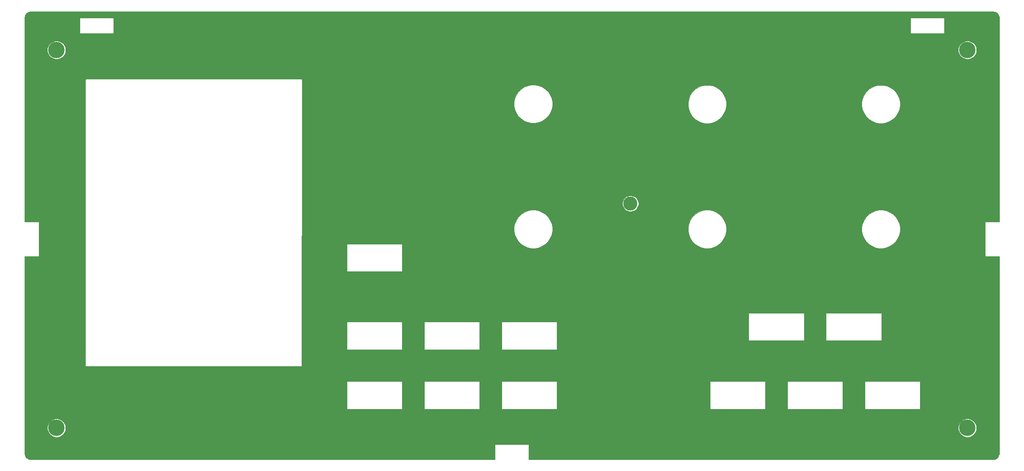
<source format=gbr>
G04 #@! TF.GenerationSoftware,KiCad,Pcbnew,(5.1.8)-1*
G04 #@! TF.CreationDate,2021-03-28T18:17:30+02:00*
G04 #@! TF.ProjectId,pfm3_topsurface,70666d33-5f74-46f7-9073-757266616365,v1.2 / 176*
G04 #@! TF.SameCoordinates,Original*
G04 #@! TF.FileFunction,Copper,L1,Top*
G04 #@! TF.FilePolarity,Positive*
%FSLAX46Y46*%
G04 Gerber Fmt 4.6, Leading zero omitted, Abs format (unit mm)*
G04 Created by KiCad (PCBNEW (5.1.8)-1) date 2021-03-28 18:17:30*
%MOMM*%
%LPD*%
G01*
G04 APERTURE LIST*
G04 #@! TA.AperFunction,ComponentPad*
%ADD10C,3.000000*%
G04 #@! TD*
G04 #@! TA.AperFunction,ComponentPad*
%ADD11C,3.500000*%
G04 #@! TD*
G04 #@! TA.AperFunction,NonConductor*
%ADD12C,0.100000*%
G04 #@! TD*
G04 #@! TA.AperFunction,NonConductor*
%ADD13C,0.150000*%
G04 #@! TD*
G04 APERTURE END LIST*
D10*
X173228000Y-74041000D03*
D11*
X50800000Y-121920000D03*
X50800000Y-41275000D03*
X245110000Y-41275000D03*
X245110000Y-121920000D03*
D12*
X250930039Y-33118111D02*
X251153244Y-33185501D01*
X251359105Y-33294959D01*
X251539785Y-33442319D01*
X251688400Y-33621963D01*
X251799295Y-33827060D01*
X251868241Y-34049786D01*
X251892982Y-34285190D01*
X251893000Y-34290262D01*
X251893001Y-34290272D01*
X251893000Y-77925000D01*
X248923675Y-77925000D01*
X248920000Y-77924638D01*
X248916325Y-77925000D01*
X248905298Y-77926086D01*
X248891160Y-77930375D01*
X248878131Y-77937339D01*
X248866711Y-77946711D01*
X248857339Y-77958131D01*
X248850375Y-77971160D01*
X248846086Y-77985298D01*
X248844638Y-78000000D01*
X248845001Y-78003686D01*
X248845000Y-85192824D01*
X248844638Y-85196500D01*
X248846086Y-85211202D01*
X248850375Y-85225340D01*
X248857339Y-85238369D01*
X248866711Y-85249789D01*
X248878131Y-85259161D01*
X248891160Y-85266125D01*
X248905298Y-85270414D01*
X248920000Y-85271862D01*
X248923675Y-85271500D01*
X251893001Y-85271500D01*
X251893000Y-127440832D01*
X251869889Y-127676539D01*
X251802499Y-127899744D01*
X251693042Y-128105603D01*
X251545681Y-128286285D01*
X251366037Y-128434900D01*
X251160940Y-128545795D01*
X250938214Y-128614741D01*
X250702811Y-128639482D01*
X250697738Y-128639500D01*
X151522500Y-128639500D01*
X151522500Y-125543176D01*
X151522862Y-125539500D01*
X151521414Y-125524798D01*
X151517125Y-125510660D01*
X151510161Y-125497631D01*
X151500789Y-125486211D01*
X151489369Y-125476839D01*
X151476340Y-125469875D01*
X151462202Y-125465586D01*
X151451175Y-125464500D01*
X151447500Y-125464138D01*
X151443825Y-125464500D01*
X144402675Y-125464500D01*
X144399000Y-125464138D01*
X144395325Y-125464500D01*
X144384298Y-125465586D01*
X144370160Y-125469875D01*
X144357131Y-125476839D01*
X144345711Y-125486211D01*
X144336339Y-125497631D01*
X144329375Y-125510660D01*
X144325086Y-125524798D01*
X144323638Y-125539500D01*
X144324000Y-125543176D01*
X144324001Y-128639500D01*
X45215668Y-128639500D01*
X44979961Y-128616389D01*
X44756756Y-128548999D01*
X44550897Y-128439542D01*
X44370215Y-128292181D01*
X44221600Y-128112537D01*
X44110705Y-127907440D01*
X44041759Y-127684714D01*
X44017018Y-127449311D01*
X44017000Y-127444238D01*
X44017000Y-121727942D01*
X48850000Y-121727942D01*
X48850000Y-122112058D01*
X48924938Y-122488794D01*
X49071933Y-122843671D01*
X49285336Y-123163052D01*
X49556948Y-123434664D01*
X49876329Y-123648067D01*
X50231206Y-123795062D01*
X50607942Y-123870000D01*
X50992058Y-123870000D01*
X51368794Y-123795062D01*
X51723671Y-123648067D01*
X52043052Y-123434664D01*
X52314664Y-123163052D01*
X52528067Y-122843671D01*
X52675062Y-122488794D01*
X52750000Y-122112058D01*
X52750000Y-121727942D01*
X243160000Y-121727942D01*
X243160000Y-122112058D01*
X243234938Y-122488794D01*
X243381933Y-122843671D01*
X243595336Y-123163052D01*
X243866948Y-123434664D01*
X244186329Y-123648067D01*
X244541206Y-123795062D01*
X244917942Y-123870000D01*
X245302058Y-123870000D01*
X245678794Y-123795062D01*
X246033671Y-123648067D01*
X246353052Y-123434664D01*
X246624664Y-123163052D01*
X246838067Y-122843671D01*
X246985062Y-122488794D01*
X247060000Y-122112058D01*
X247060000Y-121727942D01*
X246985062Y-121351206D01*
X246838067Y-120996329D01*
X246624664Y-120676948D01*
X246353052Y-120405336D01*
X246033671Y-120191933D01*
X245678794Y-120044938D01*
X245302058Y-119970000D01*
X244917942Y-119970000D01*
X244541206Y-120044938D01*
X244186329Y-120191933D01*
X243866948Y-120405336D01*
X243595336Y-120676948D01*
X243381933Y-120996329D01*
X243234938Y-121351206D01*
X243160000Y-121727942D01*
X52750000Y-121727942D01*
X52675062Y-121351206D01*
X52528067Y-120996329D01*
X52314664Y-120676948D01*
X52043052Y-120405336D01*
X51723671Y-120191933D01*
X51368794Y-120044938D01*
X50992058Y-119970000D01*
X50607942Y-119970000D01*
X50231206Y-120044938D01*
X49876329Y-120191933D01*
X49556948Y-120405336D01*
X49285336Y-120676948D01*
X49071933Y-120996329D01*
X48924938Y-121351206D01*
X48850000Y-121727942D01*
X44017000Y-121727942D01*
X44017000Y-112077500D01*
X112700638Y-112077500D01*
X112701001Y-112081186D01*
X112701000Y-117788824D01*
X112700638Y-117792500D01*
X112702086Y-117807202D01*
X112706375Y-117821340D01*
X112713339Y-117834369D01*
X112722711Y-117845789D01*
X112734131Y-117855161D01*
X112747160Y-117862125D01*
X112761298Y-117866414D01*
X112776000Y-117867862D01*
X112779675Y-117867500D01*
X124456325Y-117867500D01*
X124460000Y-117867862D01*
X124463675Y-117867500D01*
X124474702Y-117866414D01*
X124488840Y-117862125D01*
X124501869Y-117855161D01*
X124513289Y-117845789D01*
X124522661Y-117834369D01*
X124529625Y-117821340D01*
X124533914Y-117807202D01*
X124535362Y-117792500D01*
X124535000Y-117788825D01*
X124535000Y-112081176D01*
X124535362Y-112077500D01*
X129210638Y-112077500D01*
X129211001Y-112081186D01*
X129211000Y-117788824D01*
X129210638Y-117792500D01*
X129212086Y-117807202D01*
X129216375Y-117821340D01*
X129223339Y-117834369D01*
X129232711Y-117845789D01*
X129244131Y-117855161D01*
X129257160Y-117862125D01*
X129271298Y-117866414D01*
X129286000Y-117867862D01*
X129289675Y-117867500D01*
X140966325Y-117867500D01*
X140970000Y-117867862D01*
X140973675Y-117867500D01*
X140984702Y-117866414D01*
X140998840Y-117862125D01*
X141011869Y-117855161D01*
X141023289Y-117845789D01*
X141032661Y-117834369D01*
X141039625Y-117821340D01*
X141043914Y-117807202D01*
X141045362Y-117792500D01*
X141045000Y-117788825D01*
X141045000Y-112081176D01*
X141045362Y-112077500D01*
X145720638Y-112077500D01*
X145721001Y-112081186D01*
X145721000Y-117788824D01*
X145720638Y-117792500D01*
X145722086Y-117807202D01*
X145726375Y-117821340D01*
X145733339Y-117834369D01*
X145742711Y-117845789D01*
X145754131Y-117855161D01*
X145767160Y-117862125D01*
X145781298Y-117866414D01*
X145796000Y-117867862D01*
X145799675Y-117867500D01*
X157476325Y-117867500D01*
X157480000Y-117867862D01*
X157483675Y-117867500D01*
X157494702Y-117866414D01*
X157508840Y-117862125D01*
X157521869Y-117855161D01*
X157533289Y-117845789D01*
X157542661Y-117834369D01*
X157549625Y-117821340D01*
X157553914Y-117807202D01*
X157555362Y-117792500D01*
X157555000Y-117788825D01*
X157555000Y-112081176D01*
X157555362Y-112077500D01*
X190170638Y-112077500D01*
X190171001Y-112081186D01*
X190171000Y-117788824D01*
X190170638Y-117792500D01*
X190172086Y-117807202D01*
X190176375Y-117821340D01*
X190183339Y-117834369D01*
X190192711Y-117845789D01*
X190204131Y-117855161D01*
X190217160Y-117862125D01*
X190231298Y-117866414D01*
X190246000Y-117867862D01*
X190249675Y-117867500D01*
X201926325Y-117867500D01*
X201930000Y-117867862D01*
X201933675Y-117867500D01*
X201944702Y-117866414D01*
X201958840Y-117862125D01*
X201971869Y-117855161D01*
X201983289Y-117845789D01*
X201992661Y-117834369D01*
X201999625Y-117821340D01*
X202003914Y-117807202D01*
X202005362Y-117792500D01*
X202005000Y-117788825D01*
X202005000Y-112081176D01*
X202005362Y-112077500D01*
X206680638Y-112077500D01*
X206681001Y-112081186D01*
X206681000Y-117788824D01*
X206680638Y-117792500D01*
X206682086Y-117807202D01*
X206686375Y-117821340D01*
X206693339Y-117834369D01*
X206702711Y-117845789D01*
X206714131Y-117855161D01*
X206727160Y-117862125D01*
X206741298Y-117866414D01*
X206756000Y-117867862D01*
X206759675Y-117867500D01*
X218436325Y-117867500D01*
X218440000Y-117867862D01*
X218443675Y-117867500D01*
X218454702Y-117866414D01*
X218468840Y-117862125D01*
X218481869Y-117855161D01*
X218493289Y-117845789D01*
X218502661Y-117834369D01*
X218509625Y-117821340D01*
X218513914Y-117807202D01*
X218515362Y-117792500D01*
X218515000Y-117788825D01*
X218515000Y-112081176D01*
X218515362Y-112077500D01*
X223190638Y-112077500D01*
X223191001Y-112081186D01*
X223191000Y-117788824D01*
X223190638Y-117792500D01*
X223192086Y-117807202D01*
X223196375Y-117821340D01*
X223203339Y-117834369D01*
X223212711Y-117845789D01*
X223224131Y-117855161D01*
X223237160Y-117862125D01*
X223251298Y-117866414D01*
X223266000Y-117867862D01*
X223269675Y-117867500D01*
X234946325Y-117867500D01*
X234950000Y-117867862D01*
X234953675Y-117867500D01*
X234964702Y-117866414D01*
X234978840Y-117862125D01*
X234991869Y-117855161D01*
X235003289Y-117845789D01*
X235012661Y-117834369D01*
X235019625Y-117821340D01*
X235023914Y-117807202D01*
X235025362Y-117792500D01*
X235025000Y-117788825D01*
X235025000Y-112081176D01*
X235025362Y-112077500D01*
X235023914Y-112062798D01*
X235019625Y-112048660D01*
X235012661Y-112035631D01*
X235003289Y-112024211D01*
X234991869Y-112014839D01*
X234978840Y-112007875D01*
X234964702Y-112003586D01*
X234953675Y-112002500D01*
X234950000Y-112002138D01*
X234946325Y-112002500D01*
X223269675Y-112002500D01*
X223266000Y-112002138D01*
X223262325Y-112002500D01*
X223251298Y-112003586D01*
X223237160Y-112007875D01*
X223224131Y-112014839D01*
X223212711Y-112024211D01*
X223203339Y-112035631D01*
X223196375Y-112048660D01*
X223192086Y-112062798D01*
X223190638Y-112077500D01*
X218515362Y-112077500D01*
X218513914Y-112062798D01*
X218509625Y-112048660D01*
X218502661Y-112035631D01*
X218493289Y-112024211D01*
X218481869Y-112014839D01*
X218468840Y-112007875D01*
X218454702Y-112003586D01*
X218443675Y-112002500D01*
X218440000Y-112002138D01*
X218436325Y-112002500D01*
X206759675Y-112002500D01*
X206756000Y-112002138D01*
X206752325Y-112002500D01*
X206741298Y-112003586D01*
X206727160Y-112007875D01*
X206714131Y-112014839D01*
X206702711Y-112024211D01*
X206693339Y-112035631D01*
X206686375Y-112048660D01*
X206682086Y-112062798D01*
X206680638Y-112077500D01*
X202005362Y-112077500D01*
X202003914Y-112062798D01*
X201999625Y-112048660D01*
X201992661Y-112035631D01*
X201983289Y-112024211D01*
X201971869Y-112014839D01*
X201958840Y-112007875D01*
X201944702Y-112003586D01*
X201933675Y-112002500D01*
X201930000Y-112002138D01*
X201926325Y-112002500D01*
X190249675Y-112002500D01*
X190246000Y-112002138D01*
X190242325Y-112002500D01*
X190231298Y-112003586D01*
X190217160Y-112007875D01*
X190204131Y-112014839D01*
X190192711Y-112024211D01*
X190183339Y-112035631D01*
X190176375Y-112048660D01*
X190172086Y-112062798D01*
X190170638Y-112077500D01*
X157555362Y-112077500D01*
X157553914Y-112062798D01*
X157549625Y-112048660D01*
X157542661Y-112035631D01*
X157533289Y-112024211D01*
X157521869Y-112014839D01*
X157508840Y-112007875D01*
X157494702Y-112003586D01*
X157483675Y-112002500D01*
X157480000Y-112002138D01*
X157476325Y-112002500D01*
X145799675Y-112002500D01*
X145796000Y-112002138D01*
X145792325Y-112002500D01*
X145781298Y-112003586D01*
X145767160Y-112007875D01*
X145754131Y-112014839D01*
X145742711Y-112024211D01*
X145733339Y-112035631D01*
X145726375Y-112048660D01*
X145722086Y-112062798D01*
X145720638Y-112077500D01*
X141045362Y-112077500D01*
X141043914Y-112062798D01*
X141039625Y-112048660D01*
X141032661Y-112035631D01*
X141023289Y-112024211D01*
X141011869Y-112014839D01*
X140998840Y-112007875D01*
X140984702Y-112003586D01*
X140973675Y-112002500D01*
X140970000Y-112002138D01*
X140966325Y-112002500D01*
X129289675Y-112002500D01*
X129286000Y-112002138D01*
X129282325Y-112002500D01*
X129271298Y-112003586D01*
X129257160Y-112007875D01*
X129244131Y-112014839D01*
X129232711Y-112024211D01*
X129223339Y-112035631D01*
X129216375Y-112048660D01*
X129212086Y-112062798D01*
X129210638Y-112077500D01*
X124535362Y-112077500D01*
X124533914Y-112062798D01*
X124529625Y-112048660D01*
X124522661Y-112035631D01*
X124513289Y-112024211D01*
X124501869Y-112014839D01*
X124488840Y-112007875D01*
X124474702Y-112003586D01*
X124463675Y-112002500D01*
X124460000Y-112002138D01*
X124456325Y-112002500D01*
X112779675Y-112002500D01*
X112776000Y-112002138D01*
X112772325Y-112002500D01*
X112761298Y-112003586D01*
X112747160Y-112007875D01*
X112734131Y-112014839D01*
X112722711Y-112024211D01*
X112713339Y-112035631D01*
X112706375Y-112048660D01*
X112702086Y-112062798D01*
X112700638Y-112077500D01*
X44017000Y-112077500D01*
X44017000Y-85275000D01*
X46986325Y-85275000D01*
X46990000Y-85275362D01*
X46993675Y-85275000D01*
X47004702Y-85273914D01*
X47018840Y-85269625D01*
X47031869Y-85262661D01*
X47043289Y-85253289D01*
X47052661Y-85241869D01*
X47059625Y-85228840D01*
X47063914Y-85214702D01*
X47065362Y-85200000D01*
X47065000Y-85196325D01*
X47065000Y-78002175D01*
X47065362Y-77998500D01*
X47063914Y-77983798D01*
X47059625Y-77969660D01*
X47052661Y-77956631D01*
X47043289Y-77945211D01*
X47031869Y-77935839D01*
X47018840Y-77928875D01*
X47004702Y-77924586D01*
X46993675Y-77923500D01*
X46990000Y-77923138D01*
X46986325Y-77923500D01*
X44017000Y-77923500D01*
X44017000Y-47561500D01*
X56974638Y-47561500D01*
X56975000Y-47565176D01*
X56975001Y-108696314D01*
X56974638Y-108700000D01*
X56976086Y-108714702D01*
X56980375Y-108728840D01*
X56987339Y-108741869D01*
X56996711Y-108753289D01*
X57008131Y-108762661D01*
X57021160Y-108769625D01*
X57035298Y-108773914D01*
X57046325Y-108775000D01*
X57050000Y-108775362D01*
X57053675Y-108775000D01*
X103046328Y-108775000D01*
X103049988Y-108775361D01*
X103053661Y-108775000D01*
X103053675Y-108775000D01*
X103060958Y-108774283D01*
X103064689Y-108773916D01*
X103064693Y-108773915D01*
X103064702Y-108773914D01*
X103076621Y-108770298D01*
X103078828Y-108769629D01*
X103078830Y-108769628D01*
X103078840Y-108769625D01*
X103087727Y-108764875D01*
X103091858Y-108762668D01*
X103091862Y-108762665D01*
X103091869Y-108762661D01*
X103100067Y-108755933D01*
X103103279Y-108753298D01*
X103103281Y-108753296D01*
X103103289Y-108753289D01*
X103112661Y-108741869D01*
X103117886Y-108732093D01*
X103119620Y-108728851D01*
X103119621Y-108728847D01*
X103119625Y-108728840D01*
X103122718Y-108718644D01*
X103123911Y-108714714D01*
X103123911Y-108714711D01*
X103123914Y-108714702D01*
X103125362Y-108700000D01*
X103125000Y-108696327D01*
X103126600Y-99377500D01*
X112700638Y-99377500D01*
X112701001Y-99381186D01*
X112701000Y-105088824D01*
X112700638Y-105092500D01*
X112702086Y-105107202D01*
X112706375Y-105121340D01*
X112713339Y-105134369D01*
X112722711Y-105145789D01*
X112734131Y-105155161D01*
X112747160Y-105162125D01*
X112761298Y-105166414D01*
X112776000Y-105167862D01*
X112779675Y-105167500D01*
X124456325Y-105167500D01*
X124460000Y-105167862D01*
X124463675Y-105167500D01*
X124474702Y-105166414D01*
X124488840Y-105162125D01*
X124501869Y-105155161D01*
X124513289Y-105145789D01*
X124522661Y-105134369D01*
X124529625Y-105121340D01*
X124533914Y-105107202D01*
X124535362Y-105092500D01*
X124535000Y-105088825D01*
X124535000Y-99381176D01*
X124535362Y-99377500D01*
X129210638Y-99377500D01*
X129211001Y-99381186D01*
X129211000Y-105088824D01*
X129210638Y-105092500D01*
X129212086Y-105107202D01*
X129216375Y-105121340D01*
X129223339Y-105134369D01*
X129232711Y-105145789D01*
X129244131Y-105155161D01*
X129257160Y-105162125D01*
X129271298Y-105166414D01*
X129286000Y-105167862D01*
X129289675Y-105167500D01*
X140966325Y-105167500D01*
X140970000Y-105167862D01*
X140973675Y-105167500D01*
X140984702Y-105166414D01*
X140998840Y-105162125D01*
X141011869Y-105155161D01*
X141023289Y-105145789D01*
X141032661Y-105134369D01*
X141039625Y-105121340D01*
X141043914Y-105107202D01*
X141045362Y-105092500D01*
X141045000Y-105088825D01*
X141045000Y-99381176D01*
X141045362Y-99377500D01*
X145720638Y-99377500D01*
X145721001Y-99381186D01*
X145721000Y-105088824D01*
X145720638Y-105092500D01*
X145722086Y-105107202D01*
X145726375Y-105121340D01*
X145733339Y-105134369D01*
X145742711Y-105145789D01*
X145754131Y-105155161D01*
X145767160Y-105162125D01*
X145781298Y-105166414D01*
X145796000Y-105167862D01*
X145799675Y-105167500D01*
X157476325Y-105167500D01*
X157480000Y-105167862D01*
X157483675Y-105167500D01*
X157494702Y-105166414D01*
X157508840Y-105162125D01*
X157521869Y-105155161D01*
X157533289Y-105145789D01*
X157542661Y-105134369D01*
X157549625Y-105121340D01*
X157553914Y-105107202D01*
X157555362Y-105092500D01*
X157555000Y-105088825D01*
X157555000Y-99381176D01*
X157555362Y-99377500D01*
X157553914Y-99362798D01*
X157549625Y-99348660D01*
X157542661Y-99335631D01*
X157533289Y-99324211D01*
X157521869Y-99314839D01*
X157508840Y-99307875D01*
X157494702Y-99303586D01*
X157483675Y-99302500D01*
X157480000Y-99302138D01*
X157476325Y-99302500D01*
X145799675Y-99302500D01*
X145796000Y-99302138D01*
X145792325Y-99302500D01*
X145781298Y-99303586D01*
X145767160Y-99307875D01*
X145754131Y-99314839D01*
X145742711Y-99324211D01*
X145733339Y-99335631D01*
X145726375Y-99348660D01*
X145722086Y-99362798D01*
X145720638Y-99377500D01*
X141045362Y-99377500D01*
X141043914Y-99362798D01*
X141039625Y-99348660D01*
X141032661Y-99335631D01*
X141023289Y-99324211D01*
X141011869Y-99314839D01*
X140998840Y-99307875D01*
X140984702Y-99303586D01*
X140973675Y-99302500D01*
X140970000Y-99302138D01*
X140966325Y-99302500D01*
X129289675Y-99302500D01*
X129286000Y-99302138D01*
X129282325Y-99302500D01*
X129271298Y-99303586D01*
X129257160Y-99307875D01*
X129244131Y-99314839D01*
X129232711Y-99324211D01*
X129223339Y-99335631D01*
X129216375Y-99348660D01*
X129212086Y-99362798D01*
X129210638Y-99377500D01*
X124535362Y-99377500D01*
X124533914Y-99362798D01*
X124529625Y-99348660D01*
X124522661Y-99335631D01*
X124513289Y-99324211D01*
X124501869Y-99314839D01*
X124488840Y-99307875D01*
X124474702Y-99303586D01*
X124463675Y-99302500D01*
X124460000Y-99302138D01*
X124456325Y-99302500D01*
X112779675Y-99302500D01*
X112776000Y-99302138D01*
X112772325Y-99302500D01*
X112761298Y-99303586D01*
X112747160Y-99307875D01*
X112734131Y-99314839D01*
X112722711Y-99324211D01*
X112713339Y-99335631D01*
X112706375Y-99348660D01*
X112702086Y-99362798D01*
X112700638Y-99377500D01*
X103126600Y-99377500D01*
X103126927Y-97472500D01*
X198425638Y-97472500D01*
X198426001Y-97476186D01*
X198426000Y-103183824D01*
X198425638Y-103187500D01*
X198427086Y-103202202D01*
X198431375Y-103216340D01*
X198438339Y-103229369D01*
X198447711Y-103240789D01*
X198459131Y-103250161D01*
X198472160Y-103257125D01*
X198486298Y-103261414D01*
X198501000Y-103262862D01*
X198504675Y-103262500D01*
X210181325Y-103262500D01*
X210185000Y-103262862D01*
X210188675Y-103262500D01*
X210199702Y-103261414D01*
X210213840Y-103257125D01*
X210226869Y-103250161D01*
X210238289Y-103240789D01*
X210247661Y-103229369D01*
X210254625Y-103216340D01*
X210258914Y-103202202D01*
X210260362Y-103187500D01*
X210260000Y-103183825D01*
X210260000Y-97476175D01*
X210260362Y-97472500D01*
X214935638Y-97472500D01*
X214936001Y-97476186D01*
X214936000Y-103183824D01*
X214935638Y-103187500D01*
X214937086Y-103202202D01*
X214941375Y-103216340D01*
X214948339Y-103229369D01*
X214957711Y-103240789D01*
X214969131Y-103250161D01*
X214982160Y-103257125D01*
X214996298Y-103261414D01*
X215011000Y-103262862D01*
X215014675Y-103262500D01*
X226691325Y-103262500D01*
X226695000Y-103262862D01*
X226698675Y-103262500D01*
X226709702Y-103261414D01*
X226723840Y-103257125D01*
X226736869Y-103250161D01*
X226748289Y-103240789D01*
X226757661Y-103229369D01*
X226764625Y-103216340D01*
X226768914Y-103202202D01*
X226770362Y-103187500D01*
X226770000Y-103183825D01*
X226770000Y-97476176D01*
X226770362Y-97472500D01*
X226768914Y-97457798D01*
X226764625Y-97443660D01*
X226757661Y-97430631D01*
X226748289Y-97419211D01*
X226736869Y-97409839D01*
X226723840Y-97402875D01*
X226709702Y-97398586D01*
X226698675Y-97397500D01*
X226695000Y-97397138D01*
X226691325Y-97397500D01*
X215014675Y-97397500D01*
X215011000Y-97397138D01*
X215007325Y-97397500D01*
X214996298Y-97398586D01*
X214982160Y-97402875D01*
X214969131Y-97409839D01*
X214957711Y-97419211D01*
X214948339Y-97430631D01*
X214941375Y-97443660D01*
X214937086Y-97457798D01*
X214935638Y-97472500D01*
X210260362Y-97472500D01*
X210258914Y-97457798D01*
X210254625Y-97443660D01*
X210247661Y-97430631D01*
X210238289Y-97419211D01*
X210226869Y-97409839D01*
X210213840Y-97402875D01*
X210199702Y-97398586D01*
X210188675Y-97397500D01*
X210185000Y-97397138D01*
X210181325Y-97397500D01*
X198504675Y-97397500D01*
X198501000Y-97397138D01*
X198497325Y-97397500D01*
X198486298Y-97398586D01*
X198472160Y-97402875D01*
X198459131Y-97409839D01*
X198447711Y-97419211D01*
X198438339Y-97430631D01*
X198431375Y-97443660D01*
X198427086Y-97457798D01*
X198425638Y-97472500D01*
X103126927Y-97472500D01*
X103129457Y-82740500D01*
X112700638Y-82740500D01*
X112701001Y-82744186D01*
X112701000Y-88451824D01*
X112700638Y-88455500D01*
X112702086Y-88470202D01*
X112706375Y-88484340D01*
X112713339Y-88497369D01*
X112722711Y-88508789D01*
X112734131Y-88518161D01*
X112747160Y-88525125D01*
X112761298Y-88529414D01*
X112776000Y-88530862D01*
X112779675Y-88530500D01*
X124456325Y-88530500D01*
X124460000Y-88530862D01*
X124463675Y-88530500D01*
X124474702Y-88529414D01*
X124488840Y-88525125D01*
X124501869Y-88518161D01*
X124513289Y-88508789D01*
X124522661Y-88497369D01*
X124529625Y-88484340D01*
X124533914Y-88470202D01*
X124535362Y-88455500D01*
X124535000Y-88451825D01*
X124535000Y-82744176D01*
X124535362Y-82740500D01*
X124533914Y-82725798D01*
X124529625Y-82711660D01*
X124522661Y-82698631D01*
X124513289Y-82687211D01*
X124501869Y-82677839D01*
X124488840Y-82670875D01*
X124474702Y-82666586D01*
X124463675Y-82665500D01*
X124460000Y-82665138D01*
X124456325Y-82665500D01*
X112779675Y-82665500D01*
X112776000Y-82665138D01*
X112772325Y-82665500D01*
X112761298Y-82666586D01*
X112747160Y-82670875D01*
X112734131Y-82677839D01*
X112722711Y-82687211D01*
X112713339Y-82698631D01*
X112706375Y-82711660D01*
X112702086Y-82725798D01*
X112700638Y-82740500D01*
X103129457Y-82740500D01*
X103130082Y-79098620D01*
X148424719Y-79098620D01*
X148424719Y-79901380D01*
X148581329Y-80688716D01*
X148888532Y-81430370D01*
X149334522Y-82097840D01*
X149902160Y-82665478D01*
X150569630Y-83111468D01*
X151311284Y-83418671D01*
X152098620Y-83575281D01*
X152901380Y-83575281D01*
X153688716Y-83418671D01*
X154430370Y-83111468D01*
X155097840Y-82665478D01*
X155665478Y-82097840D01*
X156111468Y-81430370D01*
X156418671Y-80688716D01*
X156575281Y-79901380D01*
X156575281Y-79098620D01*
X185524719Y-79098620D01*
X185524719Y-79901380D01*
X185681329Y-80688716D01*
X185988532Y-81430370D01*
X186434522Y-82097840D01*
X187002160Y-82665478D01*
X187669630Y-83111468D01*
X188411284Y-83418671D01*
X189198620Y-83575281D01*
X190001380Y-83575281D01*
X190788716Y-83418671D01*
X191530370Y-83111468D01*
X192197840Y-82665478D01*
X192765478Y-82097840D01*
X193211468Y-81430370D01*
X193518671Y-80688716D01*
X193675281Y-79901380D01*
X193675281Y-79098620D01*
X222574719Y-79098620D01*
X222574719Y-79901380D01*
X222731329Y-80688716D01*
X223038532Y-81430370D01*
X223484522Y-82097840D01*
X224052160Y-82665478D01*
X224719630Y-83111468D01*
X225461284Y-83418671D01*
X226248620Y-83575281D01*
X227051380Y-83575281D01*
X227838716Y-83418671D01*
X228580370Y-83111468D01*
X229247840Y-82665478D01*
X229815478Y-82097840D01*
X230261468Y-81430370D01*
X230568671Y-80688716D01*
X230725281Y-79901380D01*
X230725281Y-79098620D01*
X230568671Y-78311284D01*
X230261468Y-77569630D01*
X229815478Y-76902160D01*
X229247840Y-76334522D01*
X228580370Y-75888532D01*
X227838716Y-75581329D01*
X227051380Y-75424719D01*
X226248620Y-75424719D01*
X225461284Y-75581329D01*
X224719630Y-75888532D01*
X224052160Y-76334522D01*
X223484522Y-76902160D01*
X223038532Y-77569630D01*
X222731329Y-78311284D01*
X222574719Y-79098620D01*
X193675281Y-79098620D01*
X193518671Y-78311284D01*
X193211468Y-77569630D01*
X192765478Y-76902160D01*
X192197840Y-76334522D01*
X191530370Y-75888532D01*
X190788716Y-75581329D01*
X190001380Y-75424719D01*
X189198620Y-75424719D01*
X188411284Y-75581329D01*
X187669630Y-75888532D01*
X187002160Y-76334522D01*
X186434522Y-76902160D01*
X185988532Y-77569630D01*
X185681329Y-78311284D01*
X185524719Y-79098620D01*
X156575281Y-79098620D01*
X156418671Y-78311284D01*
X156111468Y-77569630D01*
X155665478Y-76902160D01*
X155097840Y-76334522D01*
X154430370Y-75888532D01*
X153688716Y-75581329D01*
X152901380Y-75424719D01*
X152098620Y-75424719D01*
X151311284Y-75581329D01*
X150569630Y-75888532D01*
X149902160Y-76334522D01*
X149334522Y-76902160D01*
X148888532Y-77569630D01*
X148581329Y-78311284D01*
X148424719Y-79098620D01*
X103130082Y-79098620D01*
X103130979Y-73873565D01*
X171528000Y-73873565D01*
X171528000Y-74208435D01*
X171593330Y-74536872D01*
X171721479Y-74846252D01*
X171907523Y-75124687D01*
X172144313Y-75361477D01*
X172422748Y-75547521D01*
X172732128Y-75675670D01*
X173060565Y-75741000D01*
X173395435Y-75741000D01*
X173723872Y-75675670D01*
X174033252Y-75547521D01*
X174311687Y-75361477D01*
X174548477Y-75124687D01*
X174734521Y-74846252D01*
X174862670Y-74536872D01*
X174928000Y-74208435D01*
X174928000Y-73873565D01*
X174862670Y-73545128D01*
X174734521Y-73235748D01*
X174548477Y-72957313D01*
X174311687Y-72720523D01*
X174033252Y-72534479D01*
X173723872Y-72406330D01*
X173395435Y-72341000D01*
X173060565Y-72341000D01*
X172732128Y-72406330D01*
X172422748Y-72534479D01*
X172144313Y-72720523D01*
X171907523Y-72957313D01*
X171721479Y-73235748D01*
X171593330Y-73545128D01*
X171528000Y-73873565D01*
X103130979Y-73873565D01*
X103134668Y-52398620D01*
X148424719Y-52398620D01*
X148424719Y-53201380D01*
X148581329Y-53988716D01*
X148888532Y-54730370D01*
X149334522Y-55397840D01*
X149902160Y-55965478D01*
X150569630Y-56411468D01*
X151311284Y-56718671D01*
X152098620Y-56875281D01*
X152901380Y-56875281D01*
X153688716Y-56718671D01*
X154430370Y-56411468D01*
X155097840Y-55965478D01*
X155665478Y-55397840D01*
X156111468Y-54730370D01*
X156418671Y-53988716D01*
X156575281Y-53201380D01*
X156575281Y-52448620D01*
X185524719Y-52448620D01*
X185524719Y-53251380D01*
X185681329Y-54038716D01*
X185988532Y-54780370D01*
X186434522Y-55447840D01*
X187002160Y-56015478D01*
X187669630Y-56461468D01*
X188411284Y-56768671D01*
X189198620Y-56925281D01*
X190001380Y-56925281D01*
X190788716Y-56768671D01*
X191530370Y-56461468D01*
X192197840Y-56015478D01*
X192765478Y-55447840D01*
X193211468Y-54780370D01*
X193518671Y-54038716D01*
X193675281Y-53251380D01*
X193675281Y-52448620D01*
X222574719Y-52448620D01*
X222574719Y-53251380D01*
X222731329Y-54038716D01*
X223038532Y-54780370D01*
X223484522Y-55447840D01*
X224052160Y-56015478D01*
X224719630Y-56461468D01*
X225461284Y-56768671D01*
X226248620Y-56925281D01*
X227051380Y-56925281D01*
X227838716Y-56768671D01*
X228580370Y-56461468D01*
X229247840Y-56015478D01*
X229815478Y-55447840D01*
X230261468Y-54780370D01*
X230568671Y-54038716D01*
X230725281Y-53251380D01*
X230725281Y-52448620D01*
X230568671Y-51661284D01*
X230261468Y-50919630D01*
X229815478Y-50252160D01*
X229247840Y-49684522D01*
X228580370Y-49238532D01*
X227838716Y-48931329D01*
X227051380Y-48774719D01*
X226248620Y-48774719D01*
X225461284Y-48931329D01*
X224719630Y-49238532D01*
X224052160Y-49684522D01*
X223484522Y-50252160D01*
X223038532Y-50919630D01*
X222731329Y-51661284D01*
X222574719Y-52448620D01*
X193675281Y-52448620D01*
X193518671Y-51661284D01*
X193211468Y-50919630D01*
X192765478Y-50252160D01*
X192197840Y-49684522D01*
X191530370Y-49238532D01*
X190788716Y-48931329D01*
X190001380Y-48774719D01*
X189198620Y-48774719D01*
X188411284Y-48931329D01*
X187669630Y-49238532D01*
X187002160Y-49684522D01*
X186434522Y-50252160D01*
X185988532Y-50919630D01*
X185681329Y-51661284D01*
X185524719Y-52448620D01*
X156575281Y-52448620D01*
X156575281Y-52398620D01*
X156418671Y-51611284D01*
X156111468Y-50869630D01*
X155665478Y-50202160D01*
X155097840Y-49634522D01*
X154430370Y-49188532D01*
X153688716Y-48881329D01*
X152901380Y-48724719D01*
X152098620Y-48724719D01*
X151311284Y-48881329D01*
X150569630Y-49188532D01*
X149902160Y-49634522D01*
X149334522Y-50202160D01*
X148888532Y-50869630D01*
X148581329Y-51611284D01*
X148424719Y-52398620D01*
X103134668Y-52398620D01*
X103135499Y-47565188D01*
X103135862Y-47561500D01*
X103134797Y-47550683D01*
X103134416Y-47546811D01*
X103134415Y-47546807D01*
X103134414Y-47546798D01*
X103130125Y-47532660D01*
X103125375Y-47523773D01*
X103123168Y-47519642D01*
X103123165Y-47519638D01*
X103123161Y-47519631D01*
X103116433Y-47511433D01*
X103113798Y-47508221D01*
X103113796Y-47508219D01*
X103113789Y-47508211D01*
X103102369Y-47498839D01*
X103092593Y-47493614D01*
X103089351Y-47491880D01*
X103089347Y-47491879D01*
X103089340Y-47491875D01*
X103079144Y-47488782D01*
X103075214Y-47487589D01*
X103075211Y-47487589D01*
X103075202Y-47487586D01*
X103066495Y-47486728D01*
X103060512Y-47486138D01*
X103056832Y-47486500D01*
X57053675Y-47486500D01*
X57050000Y-47486138D01*
X57046325Y-47486500D01*
X57035298Y-47487586D01*
X57021160Y-47491875D01*
X57008131Y-47498839D01*
X56996711Y-47508211D01*
X56987339Y-47519631D01*
X56980375Y-47532660D01*
X56976086Y-47546798D01*
X56974638Y-47561500D01*
X44017000Y-47561500D01*
X44017000Y-41082942D01*
X48850000Y-41082942D01*
X48850000Y-41467058D01*
X48924938Y-41843794D01*
X49071933Y-42198671D01*
X49285336Y-42518052D01*
X49556948Y-42789664D01*
X49876329Y-43003067D01*
X50231206Y-43150062D01*
X50607942Y-43225000D01*
X50992058Y-43225000D01*
X51368794Y-43150062D01*
X51723671Y-43003067D01*
X52043052Y-42789664D01*
X52314664Y-42518052D01*
X52528067Y-42198671D01*
X52675062Y-41843794D01*
X52750000Y-41467058D01*
X52750000Y-41082942D01*
X243160000Y-41082942D01*
X243160000Y-41467058D01*
X243234938Y-41843794D01*
X243381933Y-42198671D01*
X243595336Y-42518052D01*
X243866948Y-42789664D01*
X244186329Y-43003067D01*
X244541206Y-43150062D01*
X244917942Y-43225000D01*
X245302058Y-43225000D01*
X245678794Y-43150062D01*
X246033671Y-43003067D01*
X246353052Y-42789664D01*
X246624664Y-42518052D01*
X246838067Y-42198671D01*
X246985062Y-41843794D01*
X247060000Y-41467058D01*
X247060000Y-41082942D01*
X246985062Y-40706206D01*
X246838067Y-40351329D01*
X246624664Y-40031948D01*
X246353052Y-39760336D01*
X246033671Y-39546933D01*
X245678794Y-39399938D01*
X245302058Y-39325000D01*
X244917942Y-39325000D01*
X244541206Y-39399938D01*
X244186329Y-39546933D01*
X243866948Y-39760336D01*
X243595336Y-40031948D01*
X243381933Y-40351329D01*
X243234938Y-40706206D01*
X243160000Y-41082942D01*
X52750000Y-41082942D01*
X52675062Y-40706206D01*
X52528067Y-40351329D01*
X52314664Y-40031948D01*
X52043052Y-39760336D01*
X51723671Y-39546933D01*
X51368794Y-39399938D01*
X50992058Y-39325000D01*
X50607942Y-39325000D01*
X50231206Y-39399938D01*
X49876329Y-39546933D01*
X49556948Y-39760336D01*
X49285336Y-40031948D01*
X49071933Y-40351329D01*
X48924938Y-40706206D01*
X48850000Y-41082942D01*
X44017000Y-41082942D01*
X44017000Y-34480500D01*
X55741138Y-34480500D01*
X55741500Y-34484176D01*
X55741501Y-37651814D01*
X55741138Y-37655500D01*
X55742586Y-37670202D01*
X55746875Y-37684340D01*
X55753839Y-37697369D01*
X55763211Y-37708789D01*
X55774631Y-37718161D01*
X55787660Y-37725125D01*
X55801798Y-37729414D01*
X55812825Y-37730500D01*
X55816500Y-37730862D01*
X55820175Y-37730500D01*
X62861325Y-37730500D01*
X62865000Y-37730862D01*
X62868675Y-37730500D01*
X62879702Y-37729414D01*
X62893840Y-37725125D01*
X62906869Y-37718161D01*
X62918289Y-37708789D01*
X62927661Y-37697369D01*
X62934625Y-37684340D01*
X62938914Y-37670202D01*
X62940362Y-37655500D01*
X62940000Y-37651825D01*
X62940000Y-34484176D01*
X62940362Y-34480500D01*
X232969638Y-34480500D01*
X232970000Y-34484176D01*
X232970001Y-37651814D01*
X232969638Y-37655500D01*
X232971086Y-37670202D01*
X232975375Y-37684340D01*
X232982339Y-37697369D01*
X232991711Y-37708789D01*
X233003131Y-37718161D01*
X233016160Y-37725125D01*
X233030298Y-37729414D01*
X233041325Y-37730500D01*
X233045000Y-37730862D01*
X233048675Y-37730500D01*
X240089825Y-37730500D01*
X240093500Y-37730862D01*
X240097175Y-37730500D01*
X240108202Y-37729414D01*
X240122340Y-37725125D01*
X240135369Y-37718161D01*
X240146789Y-37708789D01*
X240156161Y-37697369D01*
X240163125Y-37684340D01*
X240167414Y-37670202D01*
X240168862Y-37655500D01*
X240168500Y-37651825D01*
X240168500Y-34484176D01*
X240168862Y-34480500D01*
X240167414Y-34465798D01*
X240163125Y-34451660D01*
X240156161Y-34438631D01*
X240146789Y-34427211D01*
X240135369Y-34417839D01*
X240122340Y-34410875D01*
X240108202Y-34406586D01*
X240097175Y-34405500D01*
X240093500Y-34405138D01*
X240089825Y-34405500D01*
X233048675Y-34405500D01*
X233045000Y-34405138D01*
X233041325Y-34405500D01*
X233030298Y-34406586D01*
X233016160Y-34410875D01*
X233003131Y-34417839D01*
X232991711Y-34427211D01*
X232982339Y-34438631D01*
X232975375Y-34451660D01*
X232971086Y-34465798D01*
X232969638Y-34480500D01*
X62940362Y-34480500D01*
X62938914Y-34465798D01*
X62934625Y-34451660D01*
X62927661Y-34438631D01*
X62918289Y-34427211D01*
X62906869Y-34417839D01*
X62893840Y-34410875D01*
X62879702Y-34406586D01*
X62868675Y-34405500D01*
X62865000Y-34405138D01*
X62861325Y-34405500D01*
X55820175Y-34405500D01*
X55816500Y-34405138D01*
X55812825Y-34405500D01*
X55801798Y-34406586D01*
X55787660Y-34410875D01*
X55774631Y-34417839D01*
X55763211Y-34427211D01*
X55753839Y-34438631D01*
X55746875Y-34451660D01*
X55742586Y-34465798D01*
X55741138Y-34480500D01*
X44017000Y-34480500D01*
X44017000Y-34293668D01*
X44040111Y-34057961D01*
X44107501Y-33834756D01*
X44216959Y-33628895D01*
X44364319Y-33448215D01*
X44543963Y-33299600D01*
X44749060Y-33188705D01*
X44971786Y-33119759D01*
X45207190Y-33095018D01*
X45212262Y-33095000D01*
X250694332Y-33095000D01*
X250930039Y-33118111D01*
G04 #@! TA.AperFunction,NonConductor*
D13*
G36*
X250930039Y-33118111D02*
G01*
X251153244Y-33185501D01*
X251359105Y-33294959D01*
X251539785Y-33442319D01*
X251688400Y-33621963D01*
X251799295Y-33827060D01*
X251868241Y-34049786D01*
X251892982Y-34285190D01*
X251893000Y-34290262D01*
X251893001Y-34290272D01*
X251893000Y-77925000D01*
X248923675Y-77925000D01*
X248920000Y-77924638D01*
X248916325Y-77925000D01*
X248905298Y-77926086D01*
X248891160Y-77930375D01*
X248878131Y-77937339D01*
X248866711Y-77946711D01*
X248857339Y-77958131D01*
X248850375Y-77971160D01*
X248846086Y-77985298D01*
X248844638Y-78000000D01*
X248845001Y-78003686D01*
X248845000Y-85192824D01*
X248844638Y-85196500D01*
X248846086Y-85211202D01*
X248850375Y-85225340D01*
X248857339Y-85238369D01*
X248866711Y-85249789D01*
X248878131Y-85259161D01*
X248891160Y-85266125D01*
X248905298Y-85270414D01*
X248920000Y-85271862D01*
X248923675Y-85271500D01*
X251893001Y-85271500D01*
X251893000Y-127440832D01*
X251869889Y-127676539D01*
X251802499Y-127899744D01*
X251693042Y-128105603D01*
X251545681Y-128286285D01*
X251366037Y-128434900D01*
X251160940Y-128545795D01*
X250938214Y-128614741D01*
X250702811Y-128639482D01*
X250697738Y-128639500D01*
X151522500Y-128639500D01*
X151522500Y-125543176D01*
X151522862Y-125539500D01*
X151521414Y-125524798D01*
X151517125Y-125510660D01*
X151510161Y-125497631D01*
X151500789Y-125486211D01*
X151489369Y-125476839D01*
X151476340Y-125469875D01*
X151462202Y-125465586D01*
X151451175Y-125464500D01*
X151447500Y-125464138D01*
X151443825Y-125464500D01*
X144402675Y-125464500D01*
X144399000Y-125464138D01*
X144395325Y-125464500D01*
X144384298Y-125465586D01*
X144370160Y-125469875D01*
X144357131Y-125476839D01*
X144345711Y-125486211D01*
X144336339Y-125497631D01*
X144329375Y-125510660D01*
X144325086Y-125524798D01*
X144323638Y-125539500D01*
X144324000Y-125543176D01*
X144324001Y-128639500D01*
X45215668Y-128639500D01*
X44979961Y-128616389D01*
X44756756Y-128548999D01*
X44550897Y-128439542D01*
X44370215Y-128292181D01*
X44221600Y-128112537D01*
X44110705Y-127907440D01*
X44041759Y-127684714D01*
X44017018Y-127449311D01*
X44017000Y-127444238D01*
X44017000Y-121727942D01*
X48850000Y-121727942D01*
X48850000Y-122112058D01*
X48924938Y-122488794D01*
X49071933Y-122843671D01*
X49285336Y-123163052D01*
X49556948Y-123434664D01*
X49876329Y-123648067D01*
X50231206Y-123795062D01*
X50607942Y-123870000D01*
X50992058Y-123870000D01*
X51368794Y-123795062D01*
X51723671Y-123648067D01*
X52043052Y-123434664D01*
X52314664Y-123163052D01*
X52528067Y-122843671D01*
X52675062Y-122488794D01*
X52750000Y-122112058D01*
X52750000Y-121727942D01*
X243160000Y-121727942D01*
X243160000Y-122112058D01*
X243234938Y-122488794D01*
X243381933Y-122843671D01*
X243595336Y-123163052D01*
X243866948Y-123434664D01*
X244186329Y-123648067D01*
X244541206Y-123795062D01*
X244917942Y-123870000D01*
X245302058Y-123870000D01*
X245678794Y-123795062D01*
X246033671Y-123648067D01*
X246353052Y-123434664D01*
X246624664Y-123163052D01*
X246838067Y-122843671D01*
X246985062Y-122488794D01*
X247060000Y-122112058D01*
X247060000Y-121727942D01*
X246985062Y-121351206D01*
X246838067Y-120996329D01*
X246624664Y-120676948D01*
X246353052Y-120405336D01*
X246033671Y-120191933D01*
X245678794Y-120044938D01*
X245302058Y-119970000D01*
X244917942Y-119970000D01*
X244541206Y-120044938D01*
X244186329Y-120191933D01*
X243866948Y-120405336D01*
X243595336Y-120676948D01*
X243381933Y-120996329D01*
X243234938Y-121351206D01*
X243160000Y-121727942D01*
X52750000Y-121727942D01*
X52675062Y-121351206D01*
X52528067Y-120996329D01*
X52314664Y-120676948D01*
X52043052Y-120405336D01*
X51723671Y-120191933D01*
X51368794Y-120044938D01*
X50992058Y-119970000D01*
X50607942Y-119970000D01*
X50231206Y-120044938D01*
X49876329Y-120191933D01*
X49556948Y-120405336D01*
X49285336Y-120676948D01*
X49071933Y-120996329D01*
X48924938Y-121351206D01*
X48850000Y-121727942D01*
X44017000Y-121727942D01*
X44017000Y-112077500D01*
X112700638Y-112077500D01*
X112701001Y-112081186D01*
X112701000Y-117788824D01*
X112700638Y-117792500D01*
X112702086Y-117807202D01*
X112706375Y-117821340D01*
X112713339Y-117834369D01*
X112722711Y-117845789D01*
X112734131Y-117855161D01*
X112747160Y-117862125D01*
X112761298Y-117866414D01*
X112776000Y-117867862D01*
X112779675Y-117867500D01*
X124456325Y-117867500D01*
X124460000Y-117867862D01*
X124463675Y-117867500D01*
X124474702Y-117866414D01*
X124488840Y-117862125D01*
X124501869Y-117855161D01*
X124513289Y-117845789D01*
X124522661Y-117834369D01*
X124529625Y-117821340D01*
X124533914Y-117807202D01*
X124535362Y-117792500D01*
X124535000Y-117788825D01*
X124535000Y-112081176D01*
X124535362Y-112077500D01*
X129210638Y-112077500D01*
X129211001Y-112081186D01*
X129211000Y-117788824D01*
X129210638Y-117792500D01*
X129212086Y-117807202D01*
X129216375Y-117821340D01*
X129223339Y-117834369D01*
X129232711Y-117845789D01*
X129244131Y-117855161D01*
X129257160Y-117862125D01*
X129271298Y-117866414D01*
X129286000Y-117867862D01*
X129289675Y-117867500D01*
X140966325Y-117867500D01*
X140970000Y-117867862D01*
X140973675Y-117867500D01*
X140984702Y-117866414D01*
X140998840Y-117862125D01*
X141011869Y-117855161D01*
X141023289Y-117845789D01*
X141032661Y-117834369D01*
X141039625Y-117821340D01*
X141043914Y-117807202D01*
X141045362Y-117792500D01*
X141045000Y-117788825D01*
X141045000Y-112081176D01*
X141045362Y-112077500D01*
X145720638Y-112077500D01*
X145721001Y-112081186D01*
X145721000Y-117788824D01*
X145720638Y-117792500D01*
X145722086Y-117807202D01*
X145726375Y-117821340D01*
X145733339Y-117834369D01*
X145742711Y-117845789D01*
X145754131Y-117855161D01*
X145767160Y-117862125D01*
X145781298Y-117866414D01*
X145796000Y-117867862D01*
X145799675Y-117867500D01*
X157476325Y-117867500D01*
X157480000Y-117867862D01*
X157483675Y-117867500D01*
X157494702Y-117866414D01*
X157508840Y-117862125D01*
X157521869Y-117855161D01*
X157533289Y-117845789D01*
X157542661Y-117834369D01*
X157549625Y-117821340D01*
X157553914Y-117807202D01*
X157555362Y-117792500D01*
X157555000Y-117788825D01*
X157555000Y-112081176D01*
X157555362Y-112077500D01*
X190170638Y-112077500D01*
X190171001Y-112081186D01*
X190171000Y-117788824D01*
X190170638Y-117792500D01*
X190172086Y-117807202D01*
X190176375Y-117821340D01*
X190183339Y-117834369D01*
X190192711Y-117845789D01*
X190204131Y-117855161D01*
X190217160Y-117862125D01*
X190231298Y-117866414D01*
X190246000Y-117867862D01*
X190249675Y-117867500D01*
X201926325Y-117867500D01*
X201930000Y-117867862D01*
X201933675Y-117867500D01*
X201944702Y-117866414D01*
X201958840Y-117862125D01*
X201971869Y-117855161D01*
X201983289Y-117845789D01*
X201992661Y-117834369D01*
X201999625Y-117821340D01*
X202003914Y-117807202D01*
X202005362Y-117792500D01*
X202005000Y-117788825D01*
X202005000Y-112081176D01*
X202005362Y-112077500D01*
X206680638Y-112077500D01*
X206681001Y-112081186D01*
X206681000Y-117788824D01*
X206680638Y-117792500D01*
X206682086Y-117807202D01*
X206686375Y-117821340D01*
X206693339Y-117834369D01*
X206702711Y-117845789D01*
X206714131Y-117855161D01*
X206727160Y-117862125D01*
X206741298Y-117866414D01*
X206756000Y-117867862D01*
X206759675Y-117867500D01*
X218436325Y-117867500D01*
X218440000Y-117867862D01*
X218443675Y-117867500D01*
X218454702Y-117866414D01*
X218468840Y-117862125D01*
X218481869Y-117855161D01*
X218493289Y-117845789D01*
X218502661Y-117834369D01*
X218509625Y-117821340D01*
X218513914Y-117807202D01*
X218515362Y-117792500D01*
X218515000Y-117788825D01*
X218515000Y-112081176D01*
X218515362Y-112077500D01*
X223190638Y-112077500D01*
X223191001Y-112081186D01*
X223191000Y-117788824D01*
X223190638Y-117792500D01*
X223192086Y-117807202D01*
X223196375Y-117821340D01*
X223203339Y-117834369D01*
X223212711Y-117845789D01*
X223224131Y-117855161D01*
X223237160Y-117862125D01*
X223251298Y-117866414D01*
X223266000Y-117867862D01*
X223269675Y-117867500D01*
X234946325Y-117867500D01*
X234950000Y-117867862D01*
X234953675Y-117867500D01*
X234964702Y-117866414D01*
X234978840Y-117862125D01*
X234991869Y-117855161D01*
X235003289Y-117845789D01*
X235012661Y-117834369D01*
X235019625Y-117821340D01*
X235023914Y-117807202D01*
X235025362Y-117792500D01*
X235025000Y-117788825D01*
X235025000Y-112081176D01*
X235025362Y-112077500D01*
X235023914Y-112062798D01*
X235019625Y-112048660D01*
X235012661Y-112035631D01*
X235003289Y-112024211D01*
X234991869Y-112014839D01*
X234978840Y-112007875D01*
X234964702Y-112003586D01*
X234953675Y-112002500D01*
X234950000Y-112002138D01*
X234946325Y-112002500D01*
X223269675Y-112002500D01*
X223266000Y-112002138D01*
X223262325Y-112002500D01*
X223251298Y-112003586D01*
X223237160Y-112007875D01*
X223224131Y-112014839D01*
X223212711Y-112024211D01*
X223203339Y-112035631D01*
X223196375Y-112048660D01*
X223192086Y-112062798D01*
X223190638Y-112077500D01*
X218515362Y-112077500D01*
X218513914Y-112062798D01*
X218509625Y-112048660D01*
X218502661Y-112035631D01*
X218493289Y-112024211D01*
X218481869Y-112014839D01*
X218468840Y-112007875D01*
X218454702Y-112003586D01*
X218443675Y-112002500D01*
X218440000Y-112002138D01*
X218436325Y-112002500D01*
X206759675Y-112002500D01*
X206756000Y-112002138D01*
X206752325Y-112002500D01*
X206741298Y-112003586D01*
X206727160Y-112007875D01*
X206714131Y-112014839D01*
X206702711Y-112024211D01*
X206693339Y-112035631D01*
X206686375Y-112048660D01*
X206682086Y-112062798D01*
X206680638Y-112077500D01*
X202005362Y-112077500D01*
X202003914Y-112062798D01*
X201999625Y-112048660D01*
X201992661Y-112035631D01*
X201983289Y-112024211D01*
X201971869Y-112014839D01*
X201958840Y-112007875D01*
X201944702Y-112003586D01*
X201933675Y-112002500D01*
X201930000Y-112002138D01*
X201926325Y-112002500D01*
X190249675Y-112002500D01*
X190246000Y-112002138D01*
X190242325Y-112002500D01*
X190231298Y-112003586D01*
X190217160Y-112007875D01*
X190204131Y-112014839D01*
X190192711Y-112024211D01*
X190183339Y-112035631D01*
X190176375Y-112048660D01*
X190172086Y-112062798D01*
X190170638Y-112077500D01*
X157555362Y-112077500D01*
X157553914Y-112062798D01*
X157549625Y-112048660D01*
X157542661Y-112035631D01*
X157533289Y-112024211D01*
X157521869Y-112014839D01*
X157508840Y-112007875D01*
X157494702Y-112003586D01*
X157483675Y-112002500D01*
X157480000Y-112002138D01*
X157476325Y-112002500D01*
X145799675Y-112002500D01*
X145796000Y-112002138D01*
X145792325Y-112002500D01*
X145781298Y-112003586D01*
X145767160Y-112007875D01*
X145754131Y-112014839D01*
X145742711Y-112024211D01*
X145733339Y-112035631D01*
X145726375Y-112048660D01*
X145722086Y-112062798D01*
X145720638Y-112077500D01*
X141045362Y-112077500D01*
X141043914Y-112062798D01*
X141039625Y-112048660D01*
X141032661Y-112035631D01*
X141023289Y-112024211D01*
X141011869Y-112014839D01*
X140998840Y-112007875D01*
X140984702Y-112003586D01*
X140973675Y-112002500D01*
X140970000Y-112002138D01*
X140966325Y-112002500D01*
X129289675Y-112002500D01*
X129286000Y-112002138D01*
X129282325Y-112002500D01*
X129271298Y-112003586D01*
X129257160Y-112007875D01*
X129244131Y-112014839D01*
X129232711Y-112024211D01*
X129223339Y-112035631D01*
X129216375Y-112048660D01*
X129212086Y-112062798D01*
X129210638Y-112077500D01*
X124535362Y-112077500D01*
X124533914Y-112062798D01*
X124529625Y-112048660D01*
X124522661Y-112035631D01*
X124513289Y-112024211D01*
X124501869Y-112014839D01*
X124488840Y-112007875D01*
X124474702Y-112003586D01*
X124463675Y-112002500D01*
X124460000Y-112002138D01*
X124456325Y-112002500D01*
X112779675Y-112002500D01*
X112776000Y-112002138D01*
X112772325Y-112002500D01*
X112761298Y-112003586D01*
X112747160Y-112007875D01*
X112734131Y-112014839D01*
X112722711Y-112024211D01*
X112713339Y-112035631D01*
X112706375Y-112048660D01*
X112702086Y-112062798D01*
X112700638Y-112077500D01*
X44017000Y-112077500D01*
X44017000Y-85275000D01*
X46986325Y-85275000D01*
X46990000Y-85275362D01*
X46993675Y-85275000D01*
X47004702Y-85273914D01*
X47018840Y-85269625D01*
X47031869Y-85262661D01*
X47043289Y-85253289D01*
X47052661Y-85241869D01*
X47059625Y-85228840D01*
X47063914Y-85214702D01*
X47065362Y-85200000D01*
X47065000Y-85196325D01*
X47065000Y-78002175D01*
X47065362Y-77998500D01*
X47063914Y-77983798D01*
X47059625Y-77969660D01*
X47052661Y-77956631D01*
X47043289Y-77945211D01*
X47031869Y-77935839D01*
X47018840Y-77928875D01*
X47004702Y-77924586D01*
X46993675Y-77923500D01*
X46990000Y-77923138D01*
X46986325Y-77923500D01*
X44017000Y-77923500D01*
X44017000Y-47561500D01*
X56974638Y-47561500D01*
X56975000Y-47565176D01*
X56975001Y-108696314D01*
X56974638Y-108700000D01*
X56976086Y-108714702D01*
X56980375Y-108728840D01*
X56987339Y-108741869D01*
X56996711Y-108753289D01*
X57008131Y-108762661D01*
X57021160Y-108769625D01*
X57035298Y-108773914D01*
X57046325Y-108775000D01*
X57050000Y-108775362D01*
X57053675Y-108775000D01*
X103046328Y-108775000D01*
X103049988Y-108775361D01*
X103053661Y-108775000D01*
X103053675Y-108775000D01*
X103060958Y-108774283D01*
X103064689Y-108773916D01*
X103064693Y-108773915D01*
X103064702Y-108773914D01*
X103076621Y-108770298D01*
X103078828Y-108769629D01*
X103078830Y-108769628D01*
X103078840Y-108769625D01*
X103087727Y-108764875D01*
X103091858Y-108762668D01*
X103091862Y-108762665D01*
X103091869Y-108762661D01*
X103100067Y-108755933D01*
X103103279Y-108753298D01*
X103103281Y-108753296D01*
X103103289Y-108753289D01*
X103112661Y-108741869D01*
X103117886Y-108732093D01*
X103119620Y-108728851D01*
X103119621Y-108728847D01*
X103119625Y-108728840D01*
X103122718Y-108718644D01*
X103123911Y-108714714D01*
X103123911Y-108714711D01*
X103123914Y-108714702D01*
X103125362Y-108700000D01*
X103125000Y-108696327D01*
X103126600Y-99377500D01*
X112700638Y-99377500D01*
X112701001Y-99381186D01*
X112701000Y-105088824D01*
X112700638Y-105092500D01*
X112702086Y-105107202D01*
X112706375Y-105121340D01*
X112713339Y-105134369D01*
X112722711Y-105145789D01*
X112734131Y-105155161D01*
X112747160Y-105162125D01*
X112761298Y-105166414D01*
X112776000Y-105167862D01*
X112779675Y-105167500D01*
X124456325Y-105167500D01*
X124460000Y-105167862D01*
X124463675Y-105167500D01*
X124474702Y-105166414D01*
X124488840Y-105162125D01*
X124501869Y-105155161D01*
X124513289Y-105145789D01*
X124522661Y-105134369D01*
X124529625Y-105121340D01*
X124533914Y-105107202D01*
X124535362Y-105092500D01*
X124535000Y-105088825D01*
X124535000Y-99381176D01*
X124535362Y-99377500D01*
X129210638Y-99377500D01*
X129211001Y-99381186D01*
X129211000Y-105088824D01*
X129210638Y-105092500D01*
X129212086Y-105107202D01*
X129216375Y-105121340D01*
X129223339Y-105134369D01*
X129232711Y-105145789D01*
X129244131Y-105155161D01*
X129257160Y-105162125D01*
X129271298Y-105166414D01*
X129286000Y-105167862D01*
X129289675Y-105167500D01*
X140966325Y-105167500D01*
X140970000Y-105167862D01*
X140973675Y-105167500D01*
X140984702Y-105166414D01*
X140998840Y-105162125D01*
X141011869Y-105155161D01*
X141023289Y-105145789D01*
X141032661Y-105134369D01*
X141039625Y-105121340D01*
X141043914Y-105107202D01*
X141045362Y-105092500D01*
X141045000Y-105088825D01*
X141045000Y-99381176D01*
X141045362Y-99377500D01*
X145720638Y-99377500D01*
X145721001Y-99381186D01*
X145721000Y-105088824D01*
X145720638Y-105092500D01*
X145722086Y-105107202D01*
X145726375Y-105121340D01*
X145733339Y-105134369D01*
X145742711Y-105145789D01*
X145754131Y-105155161D01*
X145767160Y-105162125D01*
X145781298Y-105166414D01*
X145796000Y-105167862D01*
X145799675Y-105167500D01*
X157476325Y-105167500D01*
X157480000Y-105167862D01*
X157483675Y-105167500D01*
X157494702Y-105166414D01*
X157508840Y-105162125D01*
X157521869Y-105155161D01*
X157533289Y-105145789D01*
X157542661Y-105134369D01*
X157549625Y-105121340D01*
X157553914Y-105107202D01*
X157555362Y-105092500D01*
X157555000Y-105088825D01*
X157555000Y-99381176D01*
X157555362Y-99377500D01*
X157553914Y-99362798D01*
X157549625Y-99348660D01*
X157542661Y-99335631D01*
X157533289Y-99324211D01*
X157521869Y-99314839D01*
X157508840Y-99307875D01*
X157494702Y-99303586D01*
X157483675Y-99302500D01*
X157480000Y-99302138D01*
X157476325Y-99302500D01*
X145799675Y-99302500D01*
X145796000Y-99302138D01*
X145792325Y-99302500D01*
X145781298Y-99303586D01*
X145767160Y-99307875D01*
X145754131Y-99314839D01*
X145742711Y-99324211D01*
X145733339Y-99335631D01*
X145726375Y-99348660D01*
X145722086Y-99362798D01*
X145720638Y-99377500D01*
X141045362Y-99377500D01*
X141043914Y-99362798D01*
X141039625Y-99348660D01*
X141032661Y-99335631D01*
X141023289Y-99324211D01*
X141011869Y-99314839D01*
X140998840Y-99307875D01*
X140984702Y-99303586D01*
X140973675Y-99302500D01*
X140970000Y-99302138D01*
X140966325Y-99302500D01*
X129289675Y-99302500D01*
X129286000Y-99302138D01*
X129282325Y-99302500D01*
X129271298Y-99303586D01*
X129257160Y-99307875D01*
X129244131Y-99314839D01*
X129232711Y-99324211D01*
X129223339Y-99335631D01*
X129216375Y-99348660D01*
X129212086Y-99362798D01*
X129210638Y-99377500D01*
X124535362Y-99377500D01*
X124533914Y-99362798D01*
X124529625Y-99348660D01*
X124522661Y-99335631D01*
X124513289Y-99324211D01*
X124501869Y-99314839D01*
X124488840Y-99307875D01*
X124474702Y-99303586D01*
X124463675Y-99302500D01*
X124460000Y-99302138D01*
X124456325Y-99302500D01*
X112779675Y-99302500D01*
X112776000Y-99302138D01*
X112772325Y-99302500D01*
X112761298Y-99303586D01*
X112747160Y-99307875D01*
X112734131Y-99314839D01*
X112722711Y-99324211D01*
X112713339Y-99335631D01*
X112706375Y-99348660D01*
X112702086Y-99362798D01*
X112700638Y-99377500D01*
X103126600Y-99377500D01*
X103126927Y-97472500D01*
X198425638Y-97472500D01*
X198426001Y-97476186D01*
X198426000Y-103183824D01*
X198425638Y-103187500D01*
X198427086Y-103202202D01*
X198431375Y-103216340D01*
X198438339Y-103229369D01*
X198447711Y-103240789D01*
X198459131Y-103250161D01*
X198472160Y-103257125D01*
X198486298Y-103261414D01*
X198501000Y-103262862D01*
X198504675Y-103262500D01*
X210181325Y-103262500D01*
X210185000Y-103262862D01*
X210188675Y-103262500D01*
X210199702Y-103261414D01*
X210213840Y-103257125D01*
X210226869Y-103250161D01*
X210238289Y-103240789D01*
X210247661Y-103229369D01*
X210254625Y-103216340D01*
X210258914Y-103202202D01*
X210260362Y-103187500D01*
X210260000Y-103183825D01*
X210260000Y-97476175D01*
X210260362Y-97472500D01*
X214935638Y-97472500D01*
X214936001Y-97476186D01*
X214936000Y-103183824D01*
X214935638Y-103187500D01*
X214937086Y-103202202D01*
X214941375Y-103216340D01*
X214948339Y-103229369D01*
X214957711Y-103240789D01*
X214969131Y-103250161D01*
X214982160Y-103257125D01*
X214996298Y-103261414D01*
X215011000Y-103262862D01*
X215014675Y-103262500D01*
X226691325Y-103262500D01*
X226695000Y-103262862D01*
X226698675Y-103262500D01*
X226709702Y-103261414D01*
X226723840Y-103257125D01*
X226736869Y-103250161D01*
X226748289Y-103240789D01*
X226757661Y-103229369D01*
X226764625Y-103216340D01*
X226768914Y-103202202D01*
X226770362Y-103187500D01*
X226770000Y-103183825D01*
X226770000Y-97476176D01*
X226770362Y-97472500D01*
X226768914Y-97457798D01*
X226764625Y-97443660D01*
X226757661Y-97430631D01*
X226748289Y-97419211D01*
X226736869Y-97409839D01*
X226723840Y-97402875D01*
X226709702Y-97398586D01*
X226698675Y-97397500D01*
X226695000Y-97397138D01*
X226691325Y-97397500D01*
X215014675Y-97397500D01*
X215011000Y-97397138D01*
X215007325Y-97397500D01*
X214996298Y-97398586D01*
X214982160Y-97402875D01*
X214969131Y-97409839D01*
X214957711Y-97419211D01*
X214948339Y-97430631D01*
X214941375Y-97443660D01*
X214937086Y-97457798D01*
X214935638Y-97472500D01*
X210260362Y-97472500D01*
X210258914Y-97457798D01*
X210254625Y-97443660D01*
X210247661Y-97430631D01*
X210238289Y-97419211D01*
X210226869Y-97409839D01*
X210213840Y-97402875D01*
X210199702Y-97398586D01*
X210188675Y-97397500D01*
X210185000Y-97397138D01*
X210181325Y-97397500D01*
X198504675Y-97397500D01*
X198501000Y-97397138D01*
X198497325Y-97397500D01*
X198486298Y-97398586D01*
X198472160Y-97402875D01*
X198459131Y-97409839D01*
X198447711Y-97419211D01*
X198438339Y-97430631D01*
X198431375Y-97443660D01*
X198427086Y-97457798D01*
X198425638Y-97472500D01*
X103126927Y-97472500D01*
X103129457Y-82740500D01*
X112700638Y-82740500D01*
X112701001Y-82744186D01*
X112701000Y-88451824D01*
X112700638Y-88455500D01*
X112702086Y-88470202D01*
X112706375Y-88484340D01*
X112713339Y-88497369D01*
X112722711Y-88508789D01*
X112734131Y-88518161D01*
X112747160Y-88525125D01*
X112761298Y-88529414D01*
X112776000Y-88530862D01*
X112779675Y-88530500D01*
X124456325Y-88530500D01*
X124460000Y-88530862D01*
X124463675Y-88530500D01*
X124474702Y-88529414D01*
X124488840Y-88525125D01*
X124501869Y-88518161D01*
X124513289Y-88508789D01*
X124522661Y-88497369D01*
X124529625Y-88484340D01*
X124533914Y-88470202D01*
X124535362Y-88455500D01*
X124535000Y-88451825D01*
X124535000Y-82744176D01*
X124535362Y-82740500D01*
X124533914Y-82725798D01*
X124529625Y-82711660D01*
X124522661Y-82698631D01*
X124513289Y-82687211D01*
X124501869Y-82677839D01*
X124488840Y-82670875D01*
X124474702Y-82666586D01*
X124463675Y-82665500D01*
X124460000Y-82665138D01*
X124456325Y-82665500D01*
X112779675Y-82665500D01*
X112776000Y-82665138D01*
X112772325Y-82665500D01*
X112761298Y-82666586D01*
X112747160Y-82670875D01*
X112734131Y-82677839D01*
X112722711Y-82687211D01*
X112713339Y-82698631D01*
X112706375Y-82711660D01*
X112702086Y-82725798D01*
X112700638Y-82740500D01*
X103129457Y-82740500D01*
X103130082Y-79098620D01*
X148424719Y-79098620D01*
X148424719Y-79901380D01*
X148581329Y-80688716D01*
X148888532Y-81430370D01*
X149334522Y-82097840D01*
X149902160Y-82665478D01*
X150569630Y-83111468D01*
X151311284Y-83418671D01*
X152098620Y-83575281D01*
X152901380Y-83575281D01*
X153688716Y-83418671D01*
X154430370Y-83111468D01*
X155097840Y-82665478D01*
X155665478Y-82097840D01*
X156111468Y-81430370D01*
X156418671Y-80688716D01*
X156575281Y-79901380D01*
X156575281Y-79098620D01*
X185524719Y-79098620D01*
X185524719Y-79901380D01*
X185681329Y-80688716D01*
X185988532Y-81430370D01*
X186434522Y-82097840D01*
X187002160Y-82665478D01*
X187669630Y-83111468D01*
X188411284Y-83418671D01*
X189198620Y-83575281D01*
X190001380Y-83575281D01*
X190788716Y-83418671D01*
X191530370Y-83111468D01*
X192197840Y-82665478D01*
X192765478Y-82097840D01*
X193211468Y-81430370D01*
X193518671Y-80688716D01*
X193675281Y-79901380D01*
X193675281Y-79098620D01*
X222574719Y-79098620D01*
X222574719Y-79901380D01*
X222731329Y-80688716D01*
X223038532Y-81430370D01*
X223484522Y-82097840D01*
X224052160Y-82665478D01*
X224719630Y-83111468D01*
X225461284Y-83418671D01*
X226248620Y-83575281D01*
X227051380Y-83575281D01*
X227838716Y-83418671D01*
X228580370Y-83111468D01*
X229247840Y-82665478D01*
X229815478Y-82097840D01*
X230261468Y-81430370D01*
X230568671Y-80688716D01*
X230725281Y-79901380D01*
X230725281Y-79098620D01*
X230568671Y-78311284D01*
X230261468Y-77569630D01*
X229815478Y-76902160D01*
X229247840Y-76334522D01*
X228580370Y-75888532D01*
X227838716Y-75581329D01*
X227051380Y-75424719D01*
X226248620Y-75424719D01*
X225461284Y-75581329D01*
X224719630Y-75888532D01*
X224052160Y-76334522D01*
X223484522Y-76902160D01*
X223038532Y-77569630D01*
X222731329Y-78311284D01*
X222574719Y-79098620D01*
X193675281Y-79098620D01*
X193518671Y-78311284D01*
X193211468Y-77569630D01*
X192765478Y-76902160D01*
X192197840Y-76334522D01*
X191530370Y-75888532D01*
X190788716Y-75581329D01*
X190001380Y-75424719D01*
X189198620Y-75424719D01*
X188411284Y-75581329D01*
X187669630Y-75888532D01*
X187002160Y-76334522D01*
X186434522Y-76902160D01*
X185988532Y-77569630D01*
X185681329Y-78311284D01*
X185524719Y-79098620D01*
X156575281Y-79098620D01*
X156418671Y-78311284D01*
X156111468Y-77569630D01*
X155665478Y-76902160D01*
X155097840Y-76334522D01*
X154430370Y-75888532D01*
X153688716Y-75581329D01*
X152901380Y-75424719D01*
X152098620Y-75424719D01*
X151311284Y-75581329D01*
X150569630Y-75888532D01*
X149902160Y-76334522D01*
X149334522Y-76902160D01*
X148888532Y-77569630D01*
X148581329Y-78311284D01*
X148424719Y-79098620D01*
X103130082Y-79098620D01*
X103130979Y-73873565D01*
X171528000Y-73873565D01*
X171528000Y-74208435D01*
X171593330Y-74536872D01*
X171721479Y-74846252D01*
X171907523Y-75124687D01*
X172144313Y-75361477D01*
X172422748Y-75547521D01*
X172732128Y-75675670D01*
X173060565Y-75741000D01*
X173395435Y-75741000D01*
X173723872Y-75675670D01*
X174033252Y-75547521D01*
X174311687Y-75361477D01*
X174548477Y-75124687D01*
X174734521Y-74846252D01*
X174862670Y-74536872D01*
X174928000Y-74208435D01*
X174928000Y-73873565D01*
X174862670Y-73545128D01*
X174734521Y-73235748D01*
X174548477Y-72957313D01*
X174311687Y-72720523D01*
X174033252Y-72534479D01*
X173723872Y-72406330D01*
X173395435Y-72341000D01*
X173060565Y-72341000D01*
X172732128Y-72406330D01*
X172422748Y-72534479D01*
X172144313Y-72720523D01*
X171907523Y-72957313D01*
X171721479Y-73235748D01*
X171593330Y-73545128D01*
X171528000Y-73873565D01*
X103130979Y-73873565D01*
X103134668Y-52398620D01*
X148424719Y-52398620D01*
X148424719Y-53201380D01*
X148581329Y-53988716D01*
X148888532Y-54730370D01*
X149334522Y-55397840D01*
X149902160Y-55965478D01*
X150569630Y-56411468D01*
X151311284Y-56718671D01*
X152098620Y-56875281D01*
X152901380Y-56875281D01*
X153688716Y-56718671D01*
X154430370Y-56411468D01*
X155097840Y-55965478D01*
X155665478Y-55397840D01*
X156111468Y-54730370D01*
X156418671Y-53988716D01*
X156575281Y-53201380D01*
X156575281Y-52448620D01*
X185524719Y-52448620D01*
X185524719Y-53251380D01*
X185681329Y-54038716D01*
X185988532Y-54780370D01*
X186434522Y-55447840D01*
X187002160Y-56015478D01*
X187669630Y-56461468D01*
X188411284Y-56768671D01*
X189198620Y-56925281D01*
X190001380Y-56925281D01*
X190788716Y-56768671D01*
X191530370Y-56461468D01*
X192197840Y-56015478D01*
X192765478Y-55447840D01*
X193211468Y-54780370D01*
X193518671Y-54038716D01*
X193675281Y-53251380D01*
X193675281Y-52448620D01*
X222574719Y-52448620D01*
X222574719Y-53251380D01*
X222731329Y-54038716D01*
X223038532Y-54780370D01*
X223484522Y-55447840D01*
X224052160Y-56015478D01*
X224719630Y-56461468D01*
X225461284Y-56768671D01*
X226248620Y-56925281D01*
X227051380Y-56925281D01*
X227838716Y-56768671D01*
X228580370Y-56461468D01*
X229247840Y-56015478D01*
X229815478Y-55447840D01*
X230261468Y-54780370D01*
X230568671Y-54038716D01*
X230725281Y-53251380D01*
X230725281Y-52448620D01*
X230568671Y-51661284D01*
X230261468Y-50919630D01*
X229815478Y-50252160D01*
X229247840Y-49684522D01*
X228580370Y-49238532D01*
X227838716Y-48931329D01*
X227051380Y-48774719D01*
X226248620Y-48774719D01*
X225461284Y-48931329D01*
X224719630Y-49238532D01*
X224052160Y-49684522D01*
X223484522Y-50252160D01*
X223038532Y-50919630D01*
X222731329Y-51661284D01*
X222574719Y-52448620D01*
X193675281Y-52448620D01*
X193518671Y-51661284D01*
X193211468Y-50919630D01*
X192765478Y-50252160D01*
X192197840Y-49684522D01*
X191530370Y-49238532D01*
X190788716Y-48931329D01*
X190001380Y-48774719D01*
X189198620Y-48774719D01*
X188411284Y-48931329D01*
X187669630Y-49238532D01*
X187002160Y-49684522D01*
X186434522Y-50252160D01*
X185988532Y-50919630D01*
X185681329Y-51661284D01*
X185524719Y-52448620D01*
X156575281Y-52448620D01*
X156575281Y-52398620D01*
X156418671Y-51611284D01*
X156111468Y-50869630D01*
X155665478Y-50202160D01*
X155097840Y-49634522D01*
X154430370Y-49188532D01*
X153688716Y-48881329D01*
X152901380Y-48724719D01*
X152098620Y-48724719D01*
X151311284Y-48881329D01*
X150569630Y-49188532D01*
X149902160Y-49634522D01*
X149334522Y-50202160D01*
X148888532Y-50869630D01*
X148581329Y-51611284D01*
X148424719Y-52398620D01*
X103134668Y-52398620D01*
X103135499Y-47565188D01*
X103135862Y-47561500D01*
X103134797Y-47550683D01*
X103134416Y-47546811D01*
X103134415Y-47546807D01*
X103134414Y-47546798D01*
X103130125Y-47532660D01*
X103125375Y-47523773D01*
X103123168Y-47519642D01*
X103123165Y-47519638D01*
X103123161Y-47519631D01*
X103116433Y-47511433D01*
X103113798Y-47508221D01*
X103113796Y-47508219D01*
X103113789Y-47508211D01*
X103102369Y-47498839D01*
X103092593Y-47493614D01*
X103089351Y-47491880D01*
X103089347Y-47491879D01*
X103089340Y-47491875D01*
X103079144Y-47488782D01*
X103075214Y-47487589D01*
X103075211Y-47487589D01*
X103075202Y-47487586D01*
X103066495Y-47486728D01*
X103060512Y-47486138D01*
X103056832Y-47486500D01*
X57053675Y-47486500D01*
X57050000Y-47486138D01*
X57046325Y-47486500D01*
X57035298Y-47487586D01*
X57021160Y-47491875D01*
X57008131Y-47498839D01*
X56996711Y-47508211D01*
X56987339Y-47519631D01*
X56980375Y-47532660D01*
X56976086Y-47546798D01*
X56974638Y-47561500D01*
X44017000Y-47561500D01*
X44017000Y-41082942D01*
X48850000Y-41082942D01*
X48850000Y-41467058D01*
X48924938Y-41843794D01*
X49071933Y-42198671D01*
X49285336Y-42518052D01*
X49556948Y-42789664D01*
X49876329Y-43003067D01*
X50231206Y-43150062D01*
X50607942Y-43225000D01*
X50992058Y-43225000D01*
X51368794Y-43150062D01*
X51723671Y-43003067D01*
X52043052Y-42789664D01*
X52314664Y-42518052D01*
X52528067Y-42198671D01*
X52675062Y-41843794D01*
X52750000Y-41467058D01*
X52750000Y-41082942D01*
X243160000Y-41082942D01*
X243160000Y-41467058D01*
X243234938Y-41843794D01*
X243381933Y-42198671D01*
X243595336Y-42518052D01*
X243866948Y-42789664D01*
X244186329Y-43003067D01*
X244541206Y-43150062D01*
X244917942Y-43225000D01*
X245302058Y-43225000D01*
X245678794Y-43150062D01*
X246033671Y-43003067D01*
X246353052Y-42789664D01*
X246624664Y-42518052D01*
X246838067Y-42198671D01*
X246985062Y-41843794D01*
X247060000Y-41467058D01*
X247060000Y-41082942D01*
X246985062Y-40706206D01*
X246838067Y-40351329D01*
X246624664Y-40031948D01*
X246353052Y-39760336D01*
X246033671Y-39546933D01*
X245678794Y-39399938D01*
X245302058Y-39325000D01*
X244917942Y-39325000D01*
X244541206Y-39399938D01*
X244186329Y-39546933D01*
X243866948Y-39760336D01*
X243595336Y-40031948D01*
X243381933Y-40351329D01*
X243234938Y-40706206D01*
X243160000Y-41082942D01*
X52750000Y-41082942D01*
X52675062Y-40706206D01*
X52528067Y-40351329D01*
X52314664Y-40031948D01*
X52043052Y-39760336D01*
X51723671Y-39546933D01*
X51368794Y-39399938D01*
X50992058Y-39325000D01*
X50607942Y-39325000D01*
X50231206Y-39399938D01*
X49876329Y-39546933D01*
X49556948Y-39760336D01*
X49285336Y-40031948D01*
X49071933Y-40351329D01*
X48924938Y-40706206D01*
X48850000Y-41082942D01*
X44017000Y-41082942D01*
X44017000Y-34480500D01*
X55741138Y-34480500D01*
X55741500Y-34484176D01*
X55741501Y-37651814D01*
X55741138Y-37655500D01*
X55742586Y-37670202D01*
X55746875Y-37684340D01*
X55753839Y-37697369D01*
X55763211Y-37708789D01*
X55774631Y-37718161D01*
X55787660Y-37725125D01*
X55801798Y-37729414D01*
X55812825Y-37730500D01*
X55816500Y-37730862D01*
X55820175Y-37730500D01*
X62861325Y-37730500D01*
X62865000Y-37730862D01*
X62868675Y-37730500D01*
X62879702Y-37729414D01*
X62893840Y-37725125D01*
X62906869Y-37718161D01*
X62918289Y-37708789D01*
X62927661Y-37697369D01*
X62934625Y-37684340D01*
X62938914Y-37670202D01*
X62940362Y-37655500D01*
X62940000Y-37651825D01*
X62940000Y-34484176D01*
X62940362Y-34480500D01*
X232969638Y-34480500D01*
X232970000Y-34484176D01*
X232970001Y-37651814D01*
X232969638Y-37655500D01*
X232971086Y-37670202D01*
X232975375Y-37684340D01*
X232982339Y-37697369D01*
X232991711Y-37708789D01*
X233003131Y-37718161D01*
X233016160Y-37725125D01*
X233030298Y-37729414D01*
X233041325Y-37730500D01*
X233045000Y-37730862D01*
X233048675Y-37730500D01*
X240089825Y-37730500D01*
X240093500Y-37730862D01*
X240097175Y-37730500D01*
X240108202Y-37729414D01*
X240122340Y-37725125D01*
X240135369Y-37718161D01*
X240146789Y-37708789D01*
X240156161Y-37697369D01*
X240163125Y-37684340D01*
X240167414Y-37670202D01*
X240168862Y-37655500D01*
X240168500Y-37651825D01*
X240168500Y-34484176D01*
X240168862Y-34480500D01*
X240167414Y-34465798D01*
X240163125Y-34451660D01*
X240156161Y-34438631D01*
X240146789Y-34427211D01*
X240135369Y-34417839D01*
X240122340Y-34410875D01*
X240108202Y-34406586D01*
X240097175Y-34405500D01*
X240093500Y-34405138D01*
X240089825Y-34405500D01*
X233048675Y-34405500D01*
X233045000Y-34405138D01*
X233041325Y-34405500D01*
X233030298Y-34406586D01*
X233016160Y-34410875D01*
X233003131Y-34417839D01*
X232991711Y-34427211D01*
X232982339Y-34438631D01*
X232975375Y-34451660D01*
X232971086Y-34465798D01*
X232969638Y-34480500D01*
X62940362Y-34480500D01*
X62938914Y-34465798D01*
X62934625Y-34451660D01*
X62927661Y-34438631D01*
X62918289Y-34427211D01*
X62906869Y-34417839D01*
X62893840Y-34410875D01*
X62879702Y-34406586D01*
X62868675Y-34405500D01*
X62865000Y-34405138D01*
X62861325Y-34405500D01*
X55820175Y-34405500D01*
X55816500Y-34405138D01*
X55812825Y-34405500D01*
X55801798Y-34406586D01*
X55787660Y-34410875D01*
X55774631Y-34417839D01*
X55763211Y-34427211D01*
X55753839Y-34438631D01*
X55746875Y-34451660D01*
X55742586Y-34465798D01*
X55741138Y-34480500D01*
X44017000Y-34480500D01*
X44017000Y-34293668D01*
X44040111Y-34057961D01*
X44107501Y-33834756D01*
X44216959Y-33628895D01*
X44364319Y-33448215D01*
X44543963Y-33299600D01*
X44749060Y-33188705D01*
X44971786Y-33119759D01*
X45207190Y-33095018D01*
X45212262Y-33095000D01*
X250694332Y-33095000D01*
X250930039Y-33118111D01*
G37*
G04 #@! TD.AperFunction*
M02*

</source>
